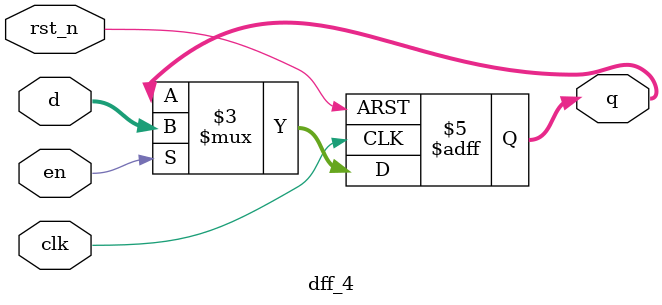
<source format=v>
module dff_4(q, d, en, rst_n, clk);
	input [3:0] d;
	input en, rst_n, clk;
	output reg [3:0] q;

	always @(posedge clk, negedge rst_n) begin
		if(rst_n) begin
			if(en) q <= d;
			else q <= q;
		end else q <= 0;
	end

endmodule

</source>
